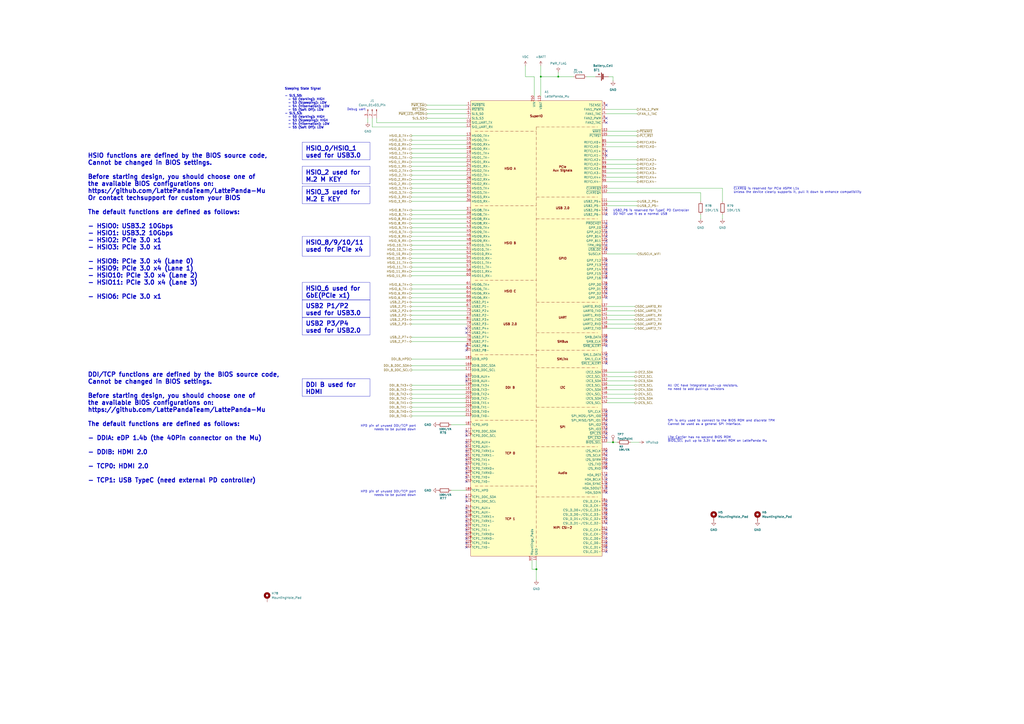
<source format=kicad_sch>
(kicad_sch (version 20250114) (generator "eeschema") (generator_version "9.0")
  (paper "A2")
  (title_block (title "Primer Carrier for LattePanda Mu") (date "2024-04-06") (rev "V1.0.0") (company "DFRobot") (comment 1 "20240406"))
  (lib_symbols
    (symbol "+3V3_1" (power) (pin_numbers (hide yes)) (pin_names (offset 0) (hide yes))
      (property "Value" "+3V3" (at 0 3.556 0))
      (symbol "+3V3_1_1_1"
        (pin power_in line (at 0 0 90) (length 0) (name "~") (number "1"))
      )
    )
    (symbol "Connector:Conn_01x03_Pin" (pin_names (offset 1.016) (hide yes))
      (property "Reference" "J" (at 0 5.08 0))
      (property "Value" "Conn_01x03_Pin" (at 0 -5.08 0))
      (symbol "Conn_01x03_Pin_1_1"
        (pin passive line (at 5.08 2.54 180) (length 3.81) (name "Pin_1") (number "1"))
        (pin passive line (at 5.08 0 180) (length 3.81) (name "Pin_2") (number "2"))
        (pin passive line (at 5.08 -2.54 180) (length 3.81) (name "Pin_3") (number "3"))
      )
    )
    (symbol "Connector:TestPoint" (pin_numbers (hide yes)) (pin_names (offset 0.762) (hide yes))
      (property "Reference" "TP" (at 0 6.858 0))
      (property "Value" "TestPoint" (at 0 5.08 0))
      (symbol "TestPoint_1_1"
        (pin passive line (at 0 0 90) (length 2.54) (name "1") (number "1"))
      )
    )
    (symbol "Device:Battery_Cell" (pin_numbers (hide yes)) (pin_names (offset 0) (hide yes))
      (property "Reference" "BT" (at 2.54 2.54 0))
      (property "Value" "Battery_Cell" (at 2.54 0 0))
      (symbol "Battery_Cell_1_1"
        (pin passive line (at 0 5.08 270) (length 2.54) (name "+") (number "1"))
        (pin passive line (at 0 -2.54 90) (length 2.54) (name "-") (number "2"))
      )
    )
    (symbol "Device:R" (pin_numbers (hide yes)) (pin_names (offset 0))
      (property "Reference" "R" (at 2.032 0 90))
      (property "Value" "R" (at 0 0 90))
      (symbol "R_1_1"
        (pin passive line (at 0 3.81 270) (length 1.27) (name "~") (number "1"))
        (pin passive line (at 0 -3.81 90) (length 1.27) (name "~") (number "2"))
      )
    )
    (symbol "MCU_Module_LattePanda:LattePanda_Mu"
      (property "Reference" "A" (at -38.1 133.35 0))
      (property "Value" "LattePanda_Mu" (at 38.1 133.35 0))
      (symbol "LattePanda_Mu_1_0"
        (pin passive line (at 0 -134.62 90) (length 2.54) (hide yes) (name "GND") (number "101"))
        (pin passive line (at 0 -134.62 90) (length 2.54) (hide yes) (name "GND") (number "107"))
        (pin passive line (at 0 -134.62 90) (length 2.54) (hide yes) (name "GND") (number "110"))
        (pin passive line (at 0 -134.62 90) (length 2.54) (hide yes) (name "GND") (number "113"))
        (pin passive line (at 0 -134.62 90) (length 2.54) (hide yes) (name "GND") (number "116"))
        (pin passive line (at 0 -134.62 90) (length 2.54) (hide yes) (name "GND") (number "135"))
        (pin passive line (at 0 -134.62 90) (length 2.54) (hide yes) (name "GND") (number "136"))
        (pin passive line (at 0 -134.62 90) (length 2.54) (hide yes) (name "GND") (number "14"))
        (pin passive line (at 0 -134.62 90) (length 2.54) (hide yes) (name "GND") (number "151"))
        (pin passive line (at 0 -134.62 90) (length 2.54) (hide yes) (name "GND") (number "158"))
        (pin passive line (at 0 -134.62 90) (length 2.54) (hide yes) (name "GND") (number "167"))
        (pin passive line (at 0 -134.62 90) (length 2.54) (hide yes) (name "GND") (number "17"))
        (pin passive line (at 0 -134.62 90) (length 2.54) (hide yes) (name "GND") (number "170"))
        (pin passive line (at 0 -134.62 90) (length 2.54) (hide yes) (name "GND") (number "181"))
        (pin passive line (at 0 -134.62 90) (length 2.54) (hide yes) (name "GND") (number "182"))
        (pin passive line (at 0 -134.62 90) (length 2.54) (hide yes) (name "GND") (number "188"))
        (pin passive line (at 0 -134.62 90) (length 2.54) (hide yes) (name "GND") (number "189"))
        (pin passive line (at 0 -134.62 90) (length 2.54) (hide yes) (name "GND") (number "194"))
        (pin passive line (at 0 -134.62 90) (length 2.54) (hide yes) (name "GND") (number "195"))
        (pin passive line (at 0 -134.62 90) (length 2.54) (hide yes) (name "GND") (number "20"))
        (pin passive line (at 0 -134.62 90) (length 2.54) (hide yes) (name "GND") (number "200"))
        (pin passive line (at 0 -134.62 90) (length 2.54) (hide yes) (name "GND") (number "201"))
        (pin passive line (at 0 -134.62 90) (length 2.54) (hide yes) (name "GND") (number "206"))
        (pin passive line (at 0 -134.62 90) (length 2.54) (hide yes) (name "GND") (number "207"))
        (pin passive line (at 0 -134.62 90) (length 2.54) (hide yes) (name "GND") (number "212"))
        (pin passive line (at 0 -134.62 90) (length 2.54) (hide yes) (name "GND") (number "213"))
        (pin passive line (at 0 -134.62 90) (length 2.54) (hide yes) (name "GND") (number "218"))
        (pin passive line (at 0 -134.62 90) (length 2.54) (hide yes) (name "GND") (number "219"))
        (pin passive line (at 0 -134.62 90) (length 2.54) (hide yes) (name "GND") (number "224"))
        (pin passive line (at 0 -134.62 90) (length 2.54) (hide yes) (name "GND") (number "225"))
        (pin passive line (at 0 -134.62 90) (length 2.54) (hide yes) (name "GND") (number "23"))
        (pin passive line (at 0 -134.62 90) (length 2.54) (hide yes) (name "GND") (number "230"))
        (pin passive line (at 0 -134.62 90) (length 2.54) (hide yes) (name "GND") (number "231"))
        (pin passive line (at 0 -134.62 90) (length 2.54) (hide yes) (name "GND") (number "236"))
        (pin passive line (at 0 -134.62 90) (length 2.54) (hide yes) (name "GND") (number "237"))
        (pin passive line (at 0 -134.62 90) (length 2.54) (hide yes) (name "GND") (number "242"))
        (pin passive line (at 0 -134.62 90) (length 2.54) (hide yes) (name "GND") (number "243"))
        (pin passive line (at 0 -134.62 90) (length 2.54) (hide yes) (name "GND") (number "248"))
        (pin passive line (at 0 -134.62 90) (length 2.54) (hide yes) (name "GND") (number "249"))
        (pin passive line (at 0 -134.62 90) (length 2.54) (hide yes) (name "GND") (number "26"))
        (pin passive line (at 0 -134.62 90) (length 2.54) (hide yes) (name "GND") (number "29"))
        (pin passive line (at 0 -134.62 90) (length 2.54) (hide yes) (name "GND") (number "32"))
        (pin passive line (at 0 -134.62 90) (length 2.54) (hide yes) (name "GND") (number "35"))
        (pin passive line (at 0 -134.62 90) (length 2.54) (hide yes) (name "GND") (number "38"))
        (pin passive line (at 0 -134.62 90) (length 2.54) (hide yes) (name "GND") (number "41"))
        (pin passive line (at 0 -134.62 90) (length 2.54) (hide yes) (name "GND") (number "44"))
        (pin passive line (at 0 -134.62 90) (length 2.54) (hide yes) (name "GND") (number "47"))
        (pin passive line (at 0 -134.62 90) (length 2.54) (hide yes) (name "GND") (number "50"))
        (pin passive line (at 0 -134.62 90) (length 2.54) (hide yes) (name "GND") (number "53"))
        (pin passive line (at 0 -134.62 90) (length 2.54) (hide yes) (name "GND") (number "56"))
        (pin passive line (at 0 -134.62 90) (length 2.54) (hide yes) (name "GND") (number "59"))
        (pin passive line (at 0 -134.62 90) (length 2.54) (hide yes) (name "GND") (number "62"))
        (pin passive line (at 0 -134.62 90) (length 2.54) (hide yes) (name "GND") (number "65"))
        (pin passive line (at 0 -134.62 90) (length 2.54) (hide yes) (name "GND") (number "68"))
        (pin passive line (at 0 -134.62 90) (length 2.54) (hide yes) (name "GND") (number "71"))
        (pin passive line (at 0 -134.62 90) (length 2.54) (hide yes) (name "GND") (number "74"))
        (pin passive line (at 0 -134.62 90) (length 2.54) (hide yes) (name "GND") (number "77"))
        (pin passive line (at 0 -134.62 90) (length 2.54) (hide yes) (name "GND") (number "80"))
        (pin passive line (at 0 -134.62 90) (length 2.54) (hide yes) (name "GND") (number "83"))
        (pin passive line (at 0 -134.62 90) (length 2.54) (hide yes) (name "GND") (number "86"))
        (pin passive line (at 0 -134.62 90) (length 2.54) (hide yes) (name "GND") (number "89"))
        (pin passive line (at 0 -134.62 90) (length 2.54) (hide yes) (name "GND") (number "92"))
        (pin passive line (at 0 -134.62 90) (length 2.54) (hide yes) (name "GND") (number "95"))
        (pin passive line (at 0 -134.62 90) (length 2.54) (hide yes) (name "GND") (number "98"))
      )
      (symbol "LattePanda_Mu_1_1"
        (text "HSIO A" (at -15.24 92.71 0) (effects (font (size 1.27 1.27) (bold yes))))
        (text "HSIO B" (at -15.24 49.53 0) (effects (font (size 1.27 1.27) (bold yes))))
        (text "HSIO C" (at -15.24 21.59 0) (effects (font (size 1.27 1.27) (bold yes))))
        (text "USB 2.0" (at -15.24 2.54 0) (effects (font (size 1.27 1.27) (bold yes))))
        (text "DDI B" (at -15.24 -34.29 0) (effects (font (size 1.27 1.27) (bold yes))))
        (text "TCP 0" (at -15.24 -72.39 0) (effects (font (size 1.27 1.27) (bold yes))))
        (text "TCP 1" (at -15.24 -110.49 0) (effects (font (size 1.27 1.27) (bold yes))))
        (text "SuperIO" (at 0 123.19 0) (effects (font (size 1.27 1.27) (bold yes))))
        (text "PCIe\nAux Signals" (at 15.24 92.71 0) (effects (font (size 1.27 1.27) (bold yes))))
        (text "USB 2.0" (at 15.24 69.85 0) (effects (font (size 1.27 1.27) (bold yes))))
        (text "GPIO" (at 15.24 40.64 0) (effects (font (size 1.27 1.27) (bold yes))))
        (text "UART" (at 15.24 6.35 0) (effects (font (size 1.27 1.27) (bold yes))))
        (text "SMBus" (at 15.24 -7.62 0) (effects (font (size 1.27 1.27) (bold yes))))
        (text "SMLink" (at 15.24 -17.78 0) (effects (font (size 1.27 1.27) (bold yes))))
        (text "I2C" (at 15.24 -34.29 0) (effects (font (size 1.27 1.27) (bold yes))))
        (text "SPI" (at 15.24 -57.15 0) (effects (font (size 1.27 1.27) (bold yes))))
        (text "Audio" (at 15.24 -83.82 0) (effects (font (size 1.27 1.27) (bold yes))))
        (text "MIPI CSI-2" (at 15.24 -115.57 0) (effects (font (size 1.27 1.27) (bold yes))))
        (pin input line (at -40.64 129.54 0) (length 2.54) (name "~{PWRBTN}") (number "1"))
        (pin input line (at -40.64 127 0) (length 2.54) (name "~{RSTBTN}") (number "3"))
        (pin output line (at -40.64 124.46 0) (length 2.54) (name "SLS_S0") (number "5"))
        (pin output line (at -40.64 121.92 0) (length 2.54) (name "SLS_S3") (number "7"))
        (pin output line (at -40.64 119.38 0) (length 2.54) (name "SIO_UART_TX") (number "10"))
        (pin input line (at -40.64 116.84 0) (length 2.54) (name "SIO_UART_RX") (number "12"))
        (pin output line (at -40.64 111.76 0) (length 2.54) (name "HSIO0_TX+") (number "13"))
        (pin output line (at -40.64 109.22 0) (length 2.54) (name "HSIO0_TX-") (number "15"))
        (pin input line (at -40.64 106.68 0) (length 2.54) (name "HSIO0_RX+") (number "16"))
        (pin input line (at -40.64 104.14 0) (length 2.54) (name "HSIO0_RX-") (number "18"))
        (pin output line (at -40.64 101.6 0) (length 2.54) (name "HSIO1_TX+") (number "19"))
        (pin output line (at -40.64 99.06 0) (length 2.54) (name "HSIO1_TX-") (number "21"))
        (pin input line (at -40.64 96.52 0) (length 2.54) (name "HSIO1_RX+") (number "22"))
        (pin input line (at -40.64 93.98 0) (length 2.54) (name "HSIO1_RX-") (number "24"))
        (pin output line (at -40.64 91.44 0) (length 2.54) (name "HSIO2_TX+") (number "25"))
        (pin output line (at -40.64 88.9 0) (length 2.54) (name "HSIO2_TX-") (number "27"))
        (pin input line (at -40.64 86.36 0) (length 2.54) (name "HSIO2_RX+") (number "28"))
        (pin input line (at -40.64 83.82 0) (length 2.54) (name "HSIO2_RX-") (number "30"))
        (pin output line (at -40.64 81.28 0) (length 2.54) (name "HSIO3_TX+") (number "31"))
        (pin output line (at -40.64 78.74 0) (length 2.54) (name "HSIO3_TX-") (number "33"))
        (pin input line (at -40.64 76.2 0) (length 2.54) (name "HSIO3_RX+") (number "34"))
        (pin input line (at -40.64 73.66 0) (length 2.54) (name "HSIO3_RX-") (number "36"))
        (pin output line (at -40.64 68.58 0) (length 2.54) (name "HSIO8_TX+") (number "37"))
        (pin output line (at -40.64 66.04 0) (length 2.54) (name "HSIO8_TX-") (number "39"))
        (pin input line (at -40.64 63.5 0) (length 2.54) (name "HSIO8_RX+") (number "40"))
        (pin input line (at -40.64 60.96 0) (length 2.54) (name "HSIO8_RX-") (number "42"))
        (pin output line (at -40.64 58.42 0) (length 2.54) (name "HSIO9_TX+") (number "43"))
        (pin output line (at -40.64 55.88 0) (length 2.54) (name "HSIO9_TX-") (number "45"))
        (pin input line (at -40.64 53.34 0) (length 2.54) (name "HSIO9_RX+") (number "46"))
        (pin input line (at -40.64 50.8 0) (length 2.54) (name "HSIO9_RX-") (number "48"))
        (pin output line (at -40.64 48.26 0) (length 2.54) (name "HSIO10_TX+") (number "49"))
        (pin output line (at -40.64 45.72 0) (length 2.54) (name "HSIO10_TX-") (number "51"))
        (pin input line (at -40.64 43.18 0) (length 2.54) (name "HSIO10_RX+") (number "52"))
        (pin input line (at -40.64 40.64 0) (length 2.54) (name "HSIO10_RX-") (number "54"))
        (pin output line (at -40.64 38.1 0) (length 2.54) (name "HSIO11_TX+") (number "55"))
        (pin output line (at -40.64 35.56 0) (length 2.54) (name "HSIO11_TX-") (number "57"))
        (pin input line (at -40.64 33.02 0) (length 2.54) (name "HSIO11_RX+") (number "58"))
        (pin input line (at -40.64 30.48 0) (length 2.54) (name "HSIO11_RX-") (number "60"))
        (pin output line (at -40.64 25.4 0) (length 2.54) (name "HSIO6_TX+") (number "61"))
        (pin output line (at -40.64 22.86 0) (length 2.54) (name "HSIO6_TX-") (number "63"))
        (pin input line (at -40.64 20.32 0) (length 2.54) (name "HSIO6_RX+") (number "64"))
        (pin input line (at -40.64 17.78 0) (length 2.54) (name "HSIO6_RX-") (number "66"))
        (pin bidirectional line (at -40.64 15.24 0) (length 2.54) (name "USB2_P1+") (number "69"))
        (pin bidirectional line (at -40.64 12.7 0) (length 2.54) (name "USB2_P1-") (number "67"))
        (pin bidirectional line (at -40.64 10.16 0) (length 2.54) (name "USB2_P2+") (number "75"))
        (pin bidirectional line (at -40.64 7.62 0) (length 2.54) (name "USB2_P2-") (number "73"))
        (pin bidirectional line (at -40.64 5.08 0) (length 2.54) (name "USB2_P3+") (number "81"))
        (pin bidirectional line (at -40.64 2.54 0) (length 2.54) (name "USB2_P3-") (number "79"))
        (pin bidirectional line (at -40.64 0 0) (length 2.54) (name "USB2_P4+") (number "70"))
        (pin bidirectional line (at -40.64 -2.54 0) (length 2.54) (name "USB2_P4-") (number "72"))
        (pin bidirectional line (at -40.64 -5.08 0) (length 2.54) (name "USB2_P7+") (number "76"))
        (pin bidirectional line (at -40.64 -7.62 0) (length 2.54) (name "USB2_P7-") (number "78"))
        (pin bidirectional line (at -40.64 -10.16 0) (length 2.54) (name "USB2_P8+") (number "82"))
        (pin bidirectional line (at -40.64 -12.7 0) (length 2.54) (name "USB2_P8-") (number "84"))
        (pin input line (at -40.64 -17.78 0) (length 2.54) (name "DDIB_HPD") (number "183"))
        (pin bidirectional line (at -40.64 -21.59 0) (length 2.54) (name "DDIB_DDC_SDA") (number "169"))
        (pin bidirectional line (at -40.64 -24.13 0) (length 2.54) (name "DDIB_DDC_SCL") (number "171"))
        (pin bidirectional line (at -40.64 -27.94 0) (length 2.54) (name "DDIB_AUX+") (number "193"))
        (pin bidirectional line (at -40.64 -30.48 0) (length 2.54) (name "DDIB_AUX-") (number "191"))
        (pin output line (at -40.64 -33.02 0) (length 2.54) (name "DDIB_TX3+") (number "199"))
        (pin output line (at -40.64 -35.56 0) (length 2.54) (name "DDIB_TX3-") (number "197"))
        (pin output line (at -40.64 -38.1 0) (length 2.54) (name "DDIB_TX2+") (number "205"))
        (pin output line (at -40.64 -40.64 0) (length 2.54) (name "DDIB_TX2-") (number "203"))
        (pin output line (at -40.64 -43.18 0) (length 2.54) (name "DDIB_TX1+") (number "211"))
        (pin output line (at -40.64 -45.72 0) (length 2.54) (name "DDIB_TX1-") (number "209"))
        (pin output line (at -40.64 -48.26 0) (length 2.54) (name "DDIB_TX0+") (number "217"))
        (pin output line (at -40.64 -50.8 0) (length 2.54) (name "DDIB_TX0-") (number "215"))
        (pin input line (at -40.64 -55.88 0) (length 2.54) (name "TCP0_HPD") (number "187"))
        (pin bidirectional line (at -40.64 -59.69 0) (length 2.54) (name "TCP0_DDC_SDA") (number "177"))
        (pin bidirectional line (at -40.64 -62.23 0) (length 2.54) (name "TCP0_DDC_SCL") (number "179"))
        (pin bidirectional line (at -40.64 -66.04 0) (length 2.54) (name "TCP0_AUX+") (number "223"))
        (pin bidirectional line (at -40.64 -68.58 0) (length 2.54) (name "TCP0_AUX-") (number "221"))
        (pin bidirectional line (at -40.64 -71.12 0) (length 2.54) (name "TCP0_TXRX1+") (number "229"))
        (pin bidirectional line (at -40.64 -73.66 0) (length 2.54) (name "TCP0_TXRX1-") (number "227"))
        (pin output line (at -40.64 -76.2 0) (length 2.54) (name "TCP0_TX1+") (number "235"))
        (pin output line (at -40.64 -78.74 0) (length 2.54) (name "TCP0_TX1-") (number "233"))
        (pin bidirectional line (at -40.64 -81.28 0) (length 2.54) (name "TCP0_TXRX0+") (number "241"))
        (pin bidirectional line (at -40.64 -83.82 0) (length 2.54) (name "TCP0_TXRX0-") (number "239"))
        (pin output line (at -40.64 -86.36 0) (length 2.54) (name "TCP0_TX0+") (number "247"))
        (pin output line (at -40.64 -88.9 0) (length 2.54) (name "TCP0_TX0-") (number "245"))
        (pin input line (at -40.64 -93.98 0) (length 2.54) (name "TCP1_HPD") (number "185"))
        (pin bidirectional line (at -40.64 -97.79 0) (length 2.54) (name "TCP1_DDC_SDA") (number "173"))
        (pin bidirectional line (at -40.64 -100.33 0) (length 2.54) (name "TCP1_DDC_SCL") (number "175"))
        (pin bidirectional line (at -40.64 -104.14 0) (length 2.54) (name "TCP1_AUX+") (number "244"))
        (pin bidirectional line (at -40.64 -106.68 0) (length 2.54) (name "TCP1_AUX-") (number "246"))
        (pin bidirectional line (at -40.64 -109.22 0) (length 2.54) (name "TCP1_TXRX1+") (number "238"))
        (pin bidirectional line (at -40.64 -111.76 0) (length 2.54) (name "TCP1_TXRX1-") (number "240"))
        (pin output line (at -40.64 -114.3 0) (length 2.54) (name "TCP1_TX1+") (number "232"))
        (pin output line (at -40.64 -116.84 0) (length 2.54) (name "TCP1_TX1-") (number "234"))
        (pin bidirectional line (at -40.64 -119.38 0) (length 2.54) (name "TCP1_TXRX0+") (number "226"))
        (pin bidirectional line (at -40.64 -121.92 0) (length 2.54) (name "TCP1_TXRX0-") (number "228"))
        (pin output line (at -40.64 -124.46 0) (length 2.54) (name "TCP1_TX0+") (number "220"))
        (pin output line (at -40.64 -127 0) (length 2.54) (name "TCP1_TX0-") (number "222"))
        (pin passive line (at -2.54 -134.62 90) (length 2.54) (name "Mountinge_Pads") (number "MP"))
        (pin power_in line (at -1.27 134.62 270) (length 2.54) (name "VIN") (number "250"))
        (pin passive line (at -1.27 134.62 270) (length 2.54) (hide yes) (name "VIN") (number "251"))
        (pin passive line (at -1.27 134.62 270) (length 2.54) (hide yes) (name "VIN") (number "252"))
        (pin passive line (at -1.27 134.62 270) (length 2.54) (hide yes) (name "VIN") (number "253"))
        (pin passive line (at -1.27 134.62 270) (length 2.54) (hide yes) (name "VIN") (number "254"))
        (pin passive line (at -1.27 134.62 270) (length 2.54) (hide yes) (name "VIN") (number "255"))
        (pin passive line (at -1.27 134.62 270) (length 2.54) (hide yes) (name "VIN") (number "256"))
        (pin passive line (at -1.27 134.62 270) (length 2.54) (hide yes) (name "VIN") (number "257"))
        (pin passive line (at -1.27 134.62 270) (length 2.54) (hide yes) (name "VIN") (number "258"))
        (pin passive line (at -1.27 134.62 270) (length 2.54) (hide yes) (name "VIN") (number "259"))
        (pin passive line (at -1.27 134.62 270) (length 2.54) (hide yes) (name "VIN") (number "260"))
        (pin power_in line (at 0 -134.62 90) (length 2.54) (name "GND") (number "11"))
        (pin power_in line (at 2.54 134.62 270) (length 2.54) (name "VBAT") (number "115"))
        (pin input line (at 40.64 129.54 180) (length 2.54) (name "TSENSE") (number "9"))
        (pin output line (at 40.64 127 180) (length 2.54) (name "FAN1_PWM") (number "2"))
        (pin input line (at 40.64 124.46 180) (length 2.54) (name "FAN1_TAC") (number "4"))
        (pin output line (at 40.64 121.92 180) (length 2.54) (name "FAN2_PWM") (number "6"))
        (pin input line (at 40.64 119.38 180) (length 2.54) (name "FAN2_TAC") (number "8"))
        (pin input line (at 40.64 114.3 180) (length 2.54) (name "~{WAKE}") (number "103"))
        (pin output line (at 40.64 111.76 180) (length 2.54) (name "~{PLTRST}") (number "105"))
        (pin output line (at 40.64 107.95 180) (length 2.54) (name "REFCLK0+") (number "85"))
        (pin output line (at 40.64 105.41 180) (length 2.54) (name "REFCLK0-") (number "87"))
        (pin output line (at 40.64 102.87 180) (length 2.54) (name "REFCLK1+") (number "91"))
        (pin output line (at 40.64 100.33 180) (length 2.54) (name "REFCLK1-") (number "93"))
        (pin output line (at 40.64 97.79 180) (length 2.54) (name "REFCLK2+") (number "97"))
        (pin output line (at 40.64 95.25 180) (length 2.54) (name "REFCLK2-") (number "99"))
        (pin output line (at 40.64 92.71 180) (length 2.54) (name "REFCLK3+") (number "88"))
        (pin output line (at 40.64 90.17 180) (length 2.54) (name "REFCLK3-") (number "90"))
        (pin output line (at 40.64 87.63 180) (length 2.54) (name "REFCLK4+") (number "94"))
        (pin output line (at 40.64 85.09 180) (length 2.54) (name "REFCLK4-") (number "96"))
        (pin bidirectional line (at 40.64 81.28 180) (length 2.54) (name "~{CLKREQ3}") (number "100"))
        (pin bidirectional line (at 40.64 78.74 180) (length 2.54) (name "~{CLKREQ4}") (number "102"))
        (pin bidirectional line (at 40.64 73.66 180) (length 2.54) (name "USB2_P5+") (number "111"))
        (pin bidirectional line (at 40.64 71.12 180) (length 2.54) (name "USB2_P5-") (number "109"))
        (pin bidirectional line (at 40.64 68.58 180) (length 2.54) (name "USB2_P6+") (number "112"))
        (pin bidirectional line (at 40.64 66.04 180) (length 2.54) (name "USB2_P6-") (number "114"))
        (pin bidirectional line (at 40.64 60.96 180) (length 2.54) (name "~{PROCHOT}") (number "117"))
        (pin bidirectional line (at 40.64 58.42 180) (length 2.54) (name "GPP_E0") (number "119"))
        (pin bidirectional line (at 40.64 55.88 180) (length 2.54) (name "GPP_A12") (number "121"))
        (pin bidirectional line (at 40.64 53.34 180) (length 2.54) (name "GPP_B14") (number "123"))
        (pin bidirectional line (at 40.64 50.8 180) (length 2.54) (name "GPP_B11") (number "125"))
        (pin input line (at 40.64 48.26 180) (length 2.54) (name "TPM_IRQ") (number "127"))
        (pin input line (at 40.64 45.72 180) (length 2.54) (name "~{USB_OC}") (number "129"))
        (pin output line (at 40.64 43.18 180) (length 2.54) (name "SUSCLK") (number "131"))
        (pin bidirectional line (at 40.64 39.37 180) (length 2.54) (name "GPP_F12") (number "126"))
        (pin bidirectional line (at 40.64 36.83 180) (length 2.54) (name "GPP_F13") (number "124"))
        (pin bidirectional line (at 40.64 34.29 180) (length 2.54) (name "GPP_F14") (number "122"))
        (pin bidirectional line (at 40.64 31.75 180) (length 2.54) (name "GPP_F15") (number "120"))
        (pin bidirectional line (at 40.64 29.21 180) (length 2.54) (name "GPP_F16") (number "118"))
        (pin bidirectional line (at 40.64 25.4 180) (length 2.54) (name "GPP_D0") (number "128"))
        (pin bidirectional line (at 40.64 22.86 180) (length 2.54) (name "GPP_D1") (number "130"))
        (pin bidirectional line (at 40.64 20.32 180) (length 2.54) (name "GPP_D2") (number "132"))
        (pin bidirectional line (at 40.64 17.78 180) (length 2.54) (name "GPP_D3") (number "134"))
        (pin input line (at 40.64 12.7 180) (length 2.54) (name "UART0_RXD") (number "137"))
        (pin output line (at 40.64 10.16 180) (length 2.54) (name "UART0_TXD") (number "139"))
        (pin input line (at 40.64 7.62 180) (length 2.54) (name "UART1_RXD") (number "141"))
        (pin output line (at 40.64 5.08 180) (length 2.54) (name "UART1_TXD") (number "143"))
        (pin input line (at 40.64 2.54 180) (length 2.54) (name "UART2_RXD") (number "140"))
        (pin output line (at 40.64 0 180) (length 2.54) (name "UART2_TXD") (number "138"))
        (pin bidirectional line (at 40.64 -5.08 180) (length 2.54) (name "SMB_DATA") (number "108"))
        (pin output line (at 40.64 -7.62 180) (length 2.54) (name "SMB_CLK") (number "106"))
        (pin input line (at 40.64 -10.16 180) (length 2.54) (name "~{SMB_ALERT}") (number "104"))
        (pin bidirectional line (at 40.64 -15.24 180) (length 2.54) (name "SML1_DATA") (number "145"))
        (pin output line (at 40.64 -17.78 180) (length 2.54) (name "SML1_CLK") (number "147"))
        (pin input line (at 40.64 -20.32 180) (length 2.54) (name "~{SML1_ALERT}") (number "149"))
        (pin bidirectional line (at 40.64 -25.4 180) (length 2.54) (name "I2C2_SDA") (number "156"))
        (pin output line (at 40.64 -27.94 180) (length 2.54) (name "I2C2_SCL") (number "154"))
        (pin bidirectional line (at 40.64 -30.48 180) (length 2.54) (name "I2C3_SDA") (number "152"))
        (pin output line (at 40.64 -33.02 180) (length 2.54) (name "I2C3_SCL") (number "150"))
        (pin bidirectional line (at 40.64 -35.56 180) (length 2.54) (name "I2C4_SDA") (number "148"))
        (pin output line (at 40.64 -38.1 180) (length 2.54) (name "I2C4_SCL") (number "146"))
        (pin bidirectional line (at 40.64 -40.64 180) (length 2.54) (name "I2C5_SDA") (number "144"))
        (pin output line (at 40.64 -43.18 180) (length 2.54) (name "I2C5_SCL") (number "142"))
        (pin output line (at 40.64 -48.26 180) (length 2.54) (name "SPI_CLK") (number "155"))
        (pin bidirectional line (at 40.64 -50.8 180) (length 2.54) (name "SPI_MOSI/SPI_IO0") (number "159"))
        (pin bidirectional line (at 40.64 -53.34 180) (length 2.54) (name "SPI_MISO/SPI_IO1") (number "163"))
        (pin bidirectional line (at 40.64 -55.88 180) (length 2.54) (name "SPI_IO2") (number "161"))
        (pin bidirectional line (at 40.64 -58.42 180) (length 2.54) (name "SPI_IO3") (number "153"))
        (pin bidirectional line (at 40.64 -60.96 180) (length 2.54) (name "~{SPI_CS}") (number "165"))
        (pin output line (at 40.64 -63.5 180) (length 2.54) (name "~{SPI_CS2}") (number "157"))
        (pin input line (at 40.64 -66.04 180) (length 2.54) (name "~{BIOS_SEL}") (number "133"))
        (pin output line (at 40.64 -71.12 180) (length 2.54) (name "I2S_MCLK") (number "160"))
        (pin output line (at 40.64 -73.66 180) (length 2.54) (name "I2S_SCLK") (number "162"))
        (pin output line (at 40.64 -76.2 180) (length 2.54) (name "I2S_SFRM") (number "164"))
        (pin output line (at 40.64 -78.74 180) (length 2.54) (name "I2S_TXD") (number "166"))
        (pin input line (at 40.64 -81.28 180) (length 2.54) (name "I2S_RXD") (number "168"))
        (pin output line (at 40.64 -85.09 180) (length 2.54) (name "HDA_RST") (number "172"))
        (pin output line (at 40.64 -87.63 180) (length 2.54) (name "HDA_BCLK") (number "174"))
        (pin output line (at 40.64 -90.17 180) (length 2.54) (name "HDA_SYNC") (number "176"))
        (pin output line (at 40.64 -92.71 180) (length 2.54) (name "HDA_SDOUT") (number "178"))
        (pin input line (at 40.64 -95.25 180) (length 2.54) (name "HDA_SDIN") (number "180"))
        (pin input line (at 40.64 -100.33 180) (length 2.54) (name "CSI_D_CK+") (number "184"))
        (pin input line (at 40.64 -102.87 180) (length 2.54) (name "CSI_D_CK-") (number "186"))
        (pin input line (at 40.64 -105.41 180) (length 2.54) (name "CSI_D_D0+/CSI_C_D3+") (number "196"))
        (pin input line (at 40.64 -107.95 180) (length 2.54) (name "CSI_D_D0-/CSI_C_D3-") (number "198"))
        (pin input line (at 40.64 -110.49 180) (length 2.54) (name "CSI_D_D1+/CSI_C_D2+") (number "190"))
        (pin input line (at 40.64 -113.03 180) (length 2.54) (name "CSI_D_D1-/CSI_C_D2-") (number "192"))
        (pin input line (at 40.64 -116.84 180) (length 2.54) (name "CSI_C_CK+") (number "202"))
        (pin input line (at 40.64 -119.38 180) (length 2.54) (name "CSI_C_CK-") (number "204"))
        (pin input line (at 40.64 -121.92 180) (length 2.54) (name "CSI_C_D0+") (number "214"))
        (pin input line (at 40.64 -124.46 180) (length 2.54) (name "CSI_C_D0-") (number "216"))
        (pin input line (at 40.64 -127 180) (length 2.54) (name "CSI_C_D1+") (number "208"))
        (pin input line (at 40.64 -129.54 180) (length 2.54) (name "CSI_C_D1-") (number "210"))
      )
    )
    (symbol "Mechanical:MountingHole_Pad" (pin_numbers (hide yes)) (pin_names (offset 1.016) (hide yes))
      (property "Reference" "H" (at 0 6.35 0))
      (property "Value" "MountingHole_Pad" (at 0 4.445 0))
      (symbol "MountingHole_Pad_1_1"
        (pin input line (at 0 -2.54 90) (length 2.54) (name "1") (number "1"))
      )
    )
    (symbol "MountingHole_Pad_1" (pin_numbers (hide yes)) (pin_names (offset 1.016) (hide yes)) (in_bom no)
      (property "Reference" "H" (at 0 6.35 0))
      (property "Value" "MountingHole_Pad" (at 0 4.445 0))
      (symbol "MountingHole_Pad_1_1_1"
        (pin input line (at 0 -2.54 90) (length 2.54) (name "1") (number "1"))
      )
    )
    (symbol "power:+BATT" (power) (pin_numbers (hide yes)) (pin_names (offset 0) (hide yes))
      (property "Value" "+BATT" (at 0 3.556 0))
      (symbol "+BATT_1_1"
        (pin power_in line (at 0 0 90) (length 0) (name "~") (number "1"))
      )
    )
    (symbol "power:GND" (power) (pin_numbers (hide yes)) (pin_names (offset 0) (hide yes))
      (property "Value" "GND" (at 0 -3.81 0))
      (symbol "GND_1_1"
        (pin power_in line (at 0 0 270) (length 0) (name "~") (number "1"))
      )
    )
    (symbol "power:PWR_FLAG" (power) (pin_numbers (hide yes)) (pin_names (offset 0) (hide yes))
      (property "Value" "PWR_FLAG" (at 0 3.81 0))
      (symbol "PWR_FLAG_0_0"
        (pin power_out line (at 0 0 90) (length 0) (name "~") (number "1"))
      )
    )
    (symbol "power:VDC" (power) (pin_numbers (hide yes)) (pin_names (offset 0) (hide yes))
      (property "Value" "VDC" (at 0 3.556 0))
      (symbol "VDC_1_1"
        (pin power_in line (at 0 0 90) (length 0) (name "~") (number "1"))
      )
    )
  )
  (text "HSIO functions are defined by the BIOS source code, \nCannot be changed in BIOS settings.\n\nBefore starting design, you should choose one of\nthe available BIOS configurations on:\nhttps://github.com/LattePandaTeam/LattePanda-Mu\nOr contact techsupport for custom your BIOS\n\nThe default functions are defined as follows:\n\n- HSIO0: USB3.2 10Gbps\n- HSIO1: USB3.2 10Gbps\n- HSIO2: PCIe 3.0 x1\n- HSIO3: PCIe 3.0 x1\n\n- HSIO8: PCIe 3.0 x4 (Lane 0)\n- HSIO9: PCIe 3.0 x4 (Lane 1)\n- HSIO10: PCIe 3.0 x4 (Lane 2)\n- HSIO11: PCIe 3.0 x4 (Lane 3)\n\n- HSIO6: PCIe 3.0 x1" (at 50.8 88.9 0) (effects (font (size 2.54 2.54) (thickness 0.508) (bold yes)) (justify left top)))
  (text "HPD pin of unused DDI/TCP port\nneeds to be pulled down" (at 241.3 246.38 0) (effects (font (size 1.27 1.27)) (justify right top)))
  (text "Lite Carrier has no second BIOS ROM\n~{BIOS_SEL} pull up to 3.3V to select ROM on LattePanda Mu" (at 387.35 256.54 0) (effects (font (size 1.27 1.27)) (justify left bottom)))
  (text "DDI/TCP functions are defined by the BIOS source code, \nCannot be changed in BIOS settings.\n\nBefore starting design, you should choose one of\nthe available BIOS configurations on:\nhttps://github.com/LattePandaTeam/LattePanda-Mu\n\nThe default functions are defined as follows:\n\n- DDIA: eDP 1.4b (the 40Pin connector on the Mu)\n\n- DDIB: HDMI 2.0\n\n- TCP0: HDMI 2.0\n\n- TCP1: USB TypeC (need external PD controller)" (at 50.8 215.9 0) (effects (font (size 2.54 2.54) (thickness 0.508) (bold yes)) (justify left top)))
  (text "Sleeping State Signal\n\n- SLS_S0: \n  - S0 (Working): HIGH\n  - S3 (Slpeeping): LOW\n  - S4 (Hibernation): LOW\n  - S5 (Soft Off): LOW\n- SLS_S3:\n  - S0 (Working): HIGH\n  - S3 (Slpeeping): HIGH\n  - S4 (Hibernation): LOW\n  - S5 (Soft Off): LOW" (at 165.1 50.8 0) (effects (font (size 1.27 1.27) (thickness 0.254) (bold yes)) (justify left top)))
  (text "USB2_P6 is reserved for TypeC PD Controller\nDO NOT use it as a normal USB" (at 355.6 123.19 0) (effects (font (size 1.27 1.27)) (justify left)))
  (text "SPI is only used to connect to the BIOS ROM and discrete TPM\nCannot be used as a general SPI interface." (at 387.35 245.11 0) (effects (font (size 1.27 1.27)) (justify left)))
  (text "All I2C have integrated pull-up resistors.\nno need to add pull-up resistors" (at 387.35 224.79 0) (effects (font (size 1.27 1.27)) (justify left)))
  (text "Debug uart" (at 212.09 63.5 0) (effects (font (size 1.27 1.27)) (justify right)))
  (text "~{CLKREQ} is reserved for PCIe ASPM L1s\nUnless the device clearly supports it, pull it down to enhance compatibility" (at 425.45 110.49 0) (effects (font (size 1.27 1.27)) (justify left)))
  (text "HPD pin of unused DDI/TCP port\nneeds to be pulled down" (at 241.3 284.48 0) (effects (font (size 1.27 1.27)) (justify right top)))
  (text_box "HSIO_0/HSIO_1 used for USB3.0 \n" (at 175.26 82.55 0) (size 39.37 10.16) (margins 1.905 1.905 1.905 1.905) (effects (font (size 2.54 2.54) (thickness 0.508) (bold yes)) (justify left top)))
  (text_box "HSIO_2 used for M.2 M KEY\n" (at 175.26 96.52 0) (size 39.37 10.16) (margins 1.905 1.905 1.905 1.905) (effects (font (size 2.54 2.54) (thickness 0.508) (bold yes)) (justify left top)))
  (text_box "HSIO_6 used for GbE(PCIe x1)\n" (at 175.26 163.83 0) (size 39.37 10.16) (margins 1.905 1.905 1.905 1.905) (effects (font (size 2.54 2.54) (thickness 0.508) (bold yes)) (justify left top)))
  (text_box "USB2 P3/P4 used for USB2.0 \n" (at 175.26 184.15 0) (size 39.37 10.16) (margins 1.905 1.905 1.905 1.905) (effects (font (size 2.54 2.54) (thickness 0.508) (bold yes)) (justify left top)))
  (text_box "DDI B used for HDMI\n" (at 175.26 219.71 0) (size 39.37 10.16) (margins 1.905 1.905 1.905 1.905) (effects (font (size 2.54 2.54) (thickness 0.508) (bold yes)) (justify left top)))
  (text_box "HSIO_3 used for M.2 E KEY\n" (at 175.26 107.95 0) (size 39.37 10.16) (margins 1.905 1.905 1.905 1.905) (effects (font (size 2.54 2.54) (thickness 0.508) (bold yes)) (justify left top)))
  (text_box "HSIO_8/9/10/11 used for PCIe x4\n\n" (at 175.26 137.16 0) (size 39.37 11.43) (margins 1.905 1.905 1.905 1.905) (effects (font (size 2.54 2.54) (thickness 0.508) (bold yes)) (justify left top)))
  (text_box "USB2 P1/P2 used for USB3.0\n" (at 175.26 173.99 0) (size 39.37 10.16) (margins 1.905 1.905 1.905 1.905) (effects (font (size 2.54 2.54) (thickness 0.508) (bold yes)) (justify left top)))
  (junction (at 355.6 256.54))
  (junction (at 323.85 44.45))
  (junction (at 311.15 330.2))
  (junction (at 313.69 44.45))
  (no_connect (at 270.51 307.34))
  (no_connect (at 351.79 278.13))
  (no_connect (at 351.79 293.37))
  (no_connect (at 351.79 275.59))
  (no_connect (at 351.79 129.54))
  (no_connect (at 351.79 132.08))
  (no_connect (at 351.79 208.28))
  (no_connect (at 270.51 220.98))
  (no_connect (at 351.79 161.29))
  (no_connect (at 351.79 285.75))
  (no_connect (at 270.51 252.73))
  (no_connect (at 351.79 243.84))
  (no_connect (at 270.51 309.88))
  (no_connect (at 270.51 274.32))
  (no_connect (at 351.79 134.62))
  (no_connect (at 351.79 198.12))
  (no_connect (at 351.79 167.64))
  (no_connect (at 270.51 250.19))
  (no_connect (at 351.79 264.16))
  (no_connect (at 270.51 190.5))
  (no_connect (at 351.79 298.45))
  (no_connect (at 270.51 304.8))
  (no_connect (at 351.79 172.72))
  (no_connect (at 351.79 153.67))
  (no_connect (at 351.79 170.18))
  (no_connect (at 351.79 151.13))
  (no_connect (at 270.51 314.96))
  (no_connect (at 351.79 205.74))
  (no_connect (at 351.79 165.1))
  (no_connect (at 351.79 312.42))
  (no_connect (at 270.51 269.24))
  (no_connect (at 351.79 251.46))
  (no_connect (at 270.51 297.18))
  (no_connect (at 351.79 87.63))
  (no_connect (at 270.51 200.66))
  (no_connect (at 351.79 269.24))
  (no_connect (at 270.51 203.2))
  (no_connect (at 270.51 261.62))
  (no_connect (at 351.79 271.78))
  (no_connect (at 270.51 294.64))
  (no_connect (at 351.79 290.83))
  (no_connect (at 270.51 312.42))
  (no_connect (at 351.79 300.99))
  (no_connect (at 351.79 246.38))
  (no_connect (at 351.79 68.58))
  (no_connect (at 270.51 259.08))
  (no_connect (at 270.51 288.29))
  (no_connect (at 351.79 266.7))
  (no_connect (at 351.79 283.21))
  (no_connect (at 351.79 238.76))
  (no_connect (at 351.79 124.46))
  (no_connect (at 270.51 299.72))
  (no_connect (at 351.79 254))
  (no_connect (at 351.79 248.92))
  (no_connect (at 351.79 71.12))
  (no_connect (at 351.79 200.66))
  (no_connect (at 351.79 280.67))
  (no_connect (at 351.79 295.91))
  (no_connect (at 351.79 144.78))
  (no_connect (at 351.79 90.17))
  (no_connect (at 270.51 302.26))
  (no_connect (at 351.79 139.7))
  (no_connect (at 351.79 309.88))
  (no_connect (at 270.51 279.4))
  (no_connect (at 351.79 156.21))
  (no_connect (at 351.79 320.04))
  (no_connect (at 351.79 261.62))
  (no_connect (at 351.79 303.53))
  (no_connect (at 270.51 276.86))
  (no_connect (at 270.51 218.44))
  (no_connect (at 351.79 121.92))
  (no_connect (at 351.79 142.24))
  (no_connect (at 351.79 241.3))
  (no_connect (at 351.79 60.96))
  (no_connect (at 351.79 195.58))
  (no_connect (at 351.79 307.34))
  (no_connect (at 270.51 256.54))
  (no_connect (at 270.51 193.04))
  (no_connect (at 351.79 314.96))
  (no_connect (at 351.79 210.82))
  (no_connect (at 270.51 317.5))
  (no_connect (at 351.79 137.16))
  (no_connect (at 270.51 266.7))
  (no_connect (at 270.51 264.16))
  (no_connect (at 270.51 271.78))
  (no_connect (at 270.51 290.83))
  (no_connect (at 351.79 317.5))
  (no_connect (at 351.79 158.75))
  (wire (pts (xy 351.79 105.41) (xy 369.57 105.41)))
  (wire (pts (xy 238.76 114.3) (xy 270.51 114.3)))
  (wire (pts (xy 213.36 68.58) (xy 213.36 71.12)))
  (wire (pts (xy 238.76 172.72) (xy 270.51 172.72)))
  (wire (pts (xy 238.76 214.63) (xy 270.51 214.63)))
  (wire (pts (xy 406.4 111.76) (xy 406.4 116.84)))
  (wire (pts (xy 353.06 44.45) (xy 355.6 44.45)))
  (wire (pts (xy 351.79 233.68) (xy 368.3 233.68)))
  (wire (pts (xy 304.8 44.45) (xy 309.88 44.45)))
  (wire (pts (xy 355.6 256.54) (xy 358.14 256.54)))
  (wire (pts (xy 351.79 111.76) (xy 406.4 111.76)))
  (wire (pts (xy 238.76 116.84) (xy 270.51 116.84)))
  (wire (pts (xy 351.79 226.06) (xy 368.3 226.06)))
  (wire (pts (xy 261.62 246.38) (xy 270.51 246.38)))
  (wire (pts (xy 351.79 82.55) (xy 369.57 82.55)))
  (wire (pts (xy 238.76 137.16) (xy 270.51 137.16)))
  (wire (pts (xy 247.65 63.5) (xy 270.51 63.5)))
  (wire (pts (xy 351.79 92.71) (xy 369.57 92.71)))
  (wire (pts (xy 238.76 228.6) (xy 270.51 228.6)))
  (wire (pts (xy 238.76 165.1) (xy 270.51 165.1)))
  (wire (pts (xy 308.61 325.12) (xy 308.61 330.2)))
  (wire (pts (xy 351.79 97.79) (xy 369.57 97.79)))
  (wire (pts (xy 351.79 102.87) (xy 369.57 102.87)))
  (wire (pts (xy 311.15 325.12) (xy 311.15 330.2)))
  (wire (pts (xy 419.1 109.22) (xy 419.1 116.84)))
  (wire (pts (xy 351.79 256.54) (xy 355.6 256.54)))
  (wire (pts (xy 238.76 127) (xy 270.51 127)))
  (wire (pts (xy 351.79 100.33) (xy 369.57 100.33)))
  (wire (pts (xy 238.76 157.48) (xy 270.51 157.48)))
  (wire (pts (xy 313.69 38.1) (xy 313.69 44.45)))
  (wire (pts (xy 238.76 96.52) (xy 270.51 96.52)))
  (wire (pts (xy 215.9 68.58) (xy 215.9 73.66)))
  (wire (pts (xy 351.79 66.04) (xy 369.57 66.04)))
  (wire (pts (xy 238.76 86.36) (xy 270.51 86.36)))
  (wire (pts (xy 351.79 180.34) (xy 368.3 180.34)))
  (wire (pts (xy 218.44 71.12) (xy 270.51 71.12)))
  (wire (pts (xy 351.79 177.8) (xy 368.3 177.8)))
  (wire (pts (xy 365.76 256.54) (xy 370.84 256.54)))
  (wire (pts (xy 238.76 139.7) (xy 270.51 139.7)))
  (wire (pts (xy 238.76 223.52) (xy 270.51 223.52)))
  (wire (pts (xy 309.88 44.45) (xy 309.88 55.88)))
  (wire (pts (xy 238.76 99.06) (xy 270.51 99.06)))
  (wire (pts (xy 238.76 88.9) (xy 270.51 88.9)))
  (wire (pts (xy 238.76 167.64) (xy 270.51 167.64)))
  (wire (pts (xy 238.76 142.24) (xy 270.51 142.24)))
  (wire (pts (xy 238.76 233.68) (xy 270.51 233.68)))
  (wire (pts (xy 238.76 231.14) (xy 270.51 231.14)))
  (wire (pts (xy 238.76 81.28) (xy 270.51 81.28)))
  (wire (pts (xy 313.69 44.45) (xy 313.69 55.88)))
  (wire (pts (xy 351.79 228.6) (xy 368.3 228.6)))
  (wire (pts (xy 351.79 116.84) (xy 369.57 116.84)))
  (wire (pts (xy 238.76 147.32) (xy 270.51 147.32)))
  (wire (pts (xy 238.76 226.06) (xy 270.51 226.06)))
  (wire (pts (xy 351.79 231.14) (xy 368.3 231.14)))
  (wire (pts (xy 308.61 330.2) (xy 311.15 330.2)))
  (wire (pts (xy 323.85 44.45) (xy 332.74 44.45)))
  (wire (pts (xy 238.76 152.4) (xy 270.51 152.4)))
  (wire (pts (xy 351.79 187.96) (xy 368.3 187.96)))
  (wire (pts (xy 238.76 208.28) (xy 270.51 208.28)))
  (wire (pts (xy 238.76 93.98) (xy 270.51 93.98)))
  (wire (pts (xy 340.36 44.45) (xy 345.44 44.45)))
  (wire (pts (xy 355.6 44.45) (xy 355.6 46.99)))
  (wire (pts (xy 238.76 144.78) (xy 270.51 144.78)))
  (wire (pts (xy 215.9 73.66) (xy 270.51 73.66)))
  (wire (pts (xy 247.65 66.04) (xy 270.51 66.04)))
  (wire (pts (xy 351.79 109.22) (xy 419.1 109.22)))
  (wire (pts (xy 238.76 241.3) (xy 270.51 241.3)))
  (wire (pts (xy 238.76 154.94) (xy 270.51 154.94)))
  (wire (pts (xy 238.76 101.6) (xy 270.51 101.6)))
  (wire (pts (xy 351.79 218.44) (xy 368.3 218.44)))
  (wire (pts (xy 238.76 109.22) (xy 270.51 109.22)))
  (wire (pts (xy 238.76 78.74) (xy 270.51 78.74)))
  (wire (pts (xy 238.76 91.44) (xy 270.51 91.44)))
  (wire (pts (xy 311.15 330.2) (xy 311.15 336.55)))
  (wire (pts (xy 351.79 215.9) (xy 368.3 215.9)))
  (wire (pts (xy 261.62 284.48) (xy 270.51 284.48)))
  (wire (pts (xy 238.76 177.8) (xy 270.51 177.8)))
  (wire (pts (xy 351.79 182.88) (xy 368.3 182.88)))
  (wire (pts (xy 247.65 60.96) (xy 270.51 60.96)))
  (wire (pts (xy 247.65 68.58) (xy 270.51 68.58)))
  (wire (pts (xy 238.76 106.68) (xy 270.51 106.68)))
  (wire (pts (xy 238.76 129.54) (xy 270.51 129.54)))
  (wire (pts (xy 351.79 220.98) (xy 368.3 220.98)))
  (wire (pts (xy 238.76 160.02) (xy 270.51 160.02)))
  (wire (pts (xy 270.51 195.58) (xy 238.76 195.58)))
  (wire (pts (xy 238.76 149.86) (xy 270.51 149.86)))
  (wire (pts (xy 351.79 119.38) (xy 369.57 119.38)))
  (wire (pts (xy 304.8 38.1) (xy 304.8 44.45)))
  (wire (pts (xy 238.76 212.09) (xy 270.51 212.09)))
  (wire (pts (xy 351.79 63.5) (xy 369.57 63.5)))
  (wire (pts (xy 270.51 198.12) (xy 238.76 198.12)))
  (wire (pts (xy 238.76 175.26) (xy 270.51 175.26)))
  (wire (pts (xy 238.76 170.18) (xy 270.51 170.18)))
  (wire (pts (xy 238.76 238.76) (xy 270.51 238.76)))
  (wire (pts (xy 351.79 147.32) (xy 369.57 147.32)))
  (wire (pts (xy 406.4 124.46) (xy 406.4 127)))
  (wire (pts (xy 351.79 185.42) (xy 368.3 185.42)))
  (wire (pts (xy 238.76 121.92) (xy 270.51 121.92)))
  (wire (pts (xy 323.85 41.91) (xy 323.85 44.45)))
  (wire (pts (xy 238.76 187.96) (xy 270.51 187.96)))
  (wire (pts (xy 238.76 111.76) (xy 270.51 111.76)))
  (wire (pts (xy 351.79 223.52) (xy 368.3 223.52)))
  (wire (pts (xy 238.76 185.42) (xy 270.51 185.42)))
  (wire (pts (xy 351.79 190.5) (xy 368.3 190.5)))
  (wire (pts (xy 351.79 95.25) (xy 369.57 95.25)))
  (wire (pts (xy 238.76 134.62) (xy 270.51 134.62)))
  (wire (pts (xy 238.76 124.46) (xy 270.51 124.46)))
  (wire (pts (xy 351.79 76.2) (xy 369.57 76.2)))
  (wire (pts (xy 351.79 78.74) (xy 369.57 78.74)))
  (wire (pts (xy 313.69 44.45) (xy 323.85 44.45)))
  (wire (pts (xy 238.76 182.88) (xy 270.51 182.88)))
  (wire (pts (xy 218.44 71.12) (xy 218.44 68.58)))
  (wire (pts (xy 419.1 124.46) (xy 419.1 127)))
  (wire (pts (xy 351.79 85.09) (xy 369.57 85.09)))
  (wire (pts (xy 238.76 104.14) (xy 270.51 104.14)))
  (wire (pts (xy 238.76 236.22) (xy 270.51 236.22)))
  (wire (pts (xy 238.76 132.08) (xy 270.51 132.08)))
  (wire (pts (xy 238.76 180.34) (xy 270.51 180.34)))
  (wire (pts (xy 238.76 83.82) (xy 270.51 83.82)))
  (hierarchical_label "DDI_B_DDC_SCL" (shape output) (at 238.76 214.63 180))
  (hierarchical_label "FAN_1_TAC" (shape input) (at 369.57 66.04 0))
  (hierarchical_label "HSIO_9_TX-" (shape output) (at 238.76 134.62 180))
  (hierarchical_label "HSIO_11_RX+" (shape input) (at 238.76 157.48 180))
  (hierarchical_label "USB_2_P1-" (shape bidirectional) (at 238.76 177.8 180))
  (hierarchical_label "~{PEWAKE}" (shape output) (at 369.57 76.2 0))
  (hierarchical_label "USB_2_P2-" (shape bidirectional) (at 238.76 182.88 180))
  (hierarchical_label "HSIO_8_TX-" (shape output) (at 238.76 124.46 180))
  (hierarchical_label "DDI_B_HPD" (shape input) (at 238.76 208.28 180))
  (hierarchical_label "REFCLK3+" (shape output) (at 369.57 97.79 0))
  (hierarchical_label "SOC_UART1_TX" (shape output) (at 368.3 185.42 0))
  (hierarchical_label "I2C4_SDA" (shape bidirectional) (at 368.3 226.06 0))
  (hierarchical_label "SOC_UART0_RX" (shape input) (at 368.3 177.8 0))
  (hierarchical_label "REFCLK3-" (shape output) (at 369.57 100.33 0))
  (hierarchical_label "DDI_B_TX2-" (shape output) (at 238.76 231.14 180))
  (hierarchical_label "HSIO_11_TX-" (shape output) (at 238.76 154.94 180))
  (hierarchical_label "DDI_B_TX0+" (shape output) (at 238.76 238.76 180))
  (hierarchical_label "USB_2_P3+" (shape bidirectional) (at 238.76 185.42 180))
  (hierarchical_label "DDI_B_TX3-" (shape output) (at 238.76 226.06 180))
  (hierarchical_label "DDI_B_TX0-" (shape output) (at 238.76 241.3 180))
  (hierarchical_label "HSIO_0_RX+" (shape input) (at 238.76 83.82 180))
  (hierarchical_label "~{PWR_LED}{slash}~{PSON}" (shape output) (at 247.65 66.04 180))
  (hierarchical_label "SLS_S3" (shape output) (at 247.65 68.58 180))
  (hierarchical_label "HSIO_8_TX+" (shape output) (at 238.76 121.92 180))
  (hierarchical_label "HSIO_11_TX+" (shape output) (at 238.76 152.4 180))
  (hierarchical_label "HSIO_9_RX+" (shape input) (at 238.76 137.16 180))
  (hierarchical_label "I2C3_SDA" (shape bidirectional) (at 368.3 220.98 0))
  (hierarchical_label "REFCLK0+" (shape output) (at 369.57 82.55 0))
  (hierarchical_label "I2C5_SDA" (shape bidirectional) (at 368.3 231.14 0))
  (hierarchical_label "USB_2_P7-" (shape bidirectional) (at 238.76 198.12 180))
  (hierarchical_label "HSIO_6_RX-" (shape input) (at 238.76 172.72 180))
  (hierarchical_label "I2C4_SCL" (shape output) (at 368.3 228.6 0))
  (hierarchical_label "~{PWR_SW}" (shape input) (at 247.65 60.96 180))
  (hierarchical_label "HSIO_0_TX+" (shape output) (at 238.76 78.74 180))
  (hierarchical_label "SOC_UART1_RX" (shape input) (at 368.3 182.88 0))
  (hierarchical_label "HSIO_3_TX+" (shape output) (at 238.76 109.22 180))
  (hierarchical_label "SUSCLK_WIFI" (shape input) (at 369.57 147.32 0))
  (hierarchical_label "HSIO_3_TX-" (shape output) (at 238.76 111.76 180))
  (hierarchical_label "I2C2_SDA" (shape bidirectional) (at 368.3 215.9 0))
  (hierarchical_label "HSIO_1_RX-" (shape input) (at 238.76 96.52 180))
  (hierarchical_label "USB_2_P5+" (shape bidirectional) (at 369.57 116.84 0))
  (hierarchical_label "HSIO_6_RX+" (shape input) (at 238.76 170.18 180))
  (hierarchical_label "REFCLK4-" (shape output) (at 369.57 105.41 0))
  (hierarchical_label "REFCLK2+" (shape output) (at 369.57 92.71 0))
  (hierarchical_label "DDI_B_TX2+" (shape output) (at 238.76 228.6 180))
  (hierarchical_label "USB_2_P3-" (shape bidirectional) (at 238.76 187.96 180))
  (hierarchical_label "HSIO_2_TX+" (shape output) (at 238.76 99.06 180))
  (hierarchical_label "FAN_1_PWM" (shape output) (at 369.57 63.5 0))
  (hierarchical_label "USB_2_P2+" (shape bidirectional) (at 238.76 180.34 180))
  (hierarchical_label "HSIO_1_RX+" (shape input) (at 238.76 93.98 180))
  (hierarchical_label "SOC_UART2_TX" (shape output) (at 368.3 190.5 0))
  (hierarchical_label "HSIO_2_RX+" (shape input) (at 238.76 104.14 180))
  (hierarchical_label "DDI_B_TX1-" (shape output) (at 238.76 236.22 180))
  (hierarchical_label "HSIO_9_RX-" (shape input) (at 238.76 139.7 180))
  (hierarchical_label "HSIO_10_RX+" (shape input) (at 238.76 147.32 180))
  (hierarchical_label "HSIO_10_TX-" (shape output) (at 238.76 144.78 180))
  (hierarchical_label "USB_2_P5-" (shape bidirectional) (at 369.57 119.38 0))
  (hierarchical_label "REFCLK4+" (shape output) (at 369.57 102.87 0))
  (hierarchical_label "~{PLT_RST}" (shape output) (at 369.57 78.74 0))
  (hierarchical_label "HSIO_0_RX-" (shape input) (at 238.76 86.36 180))
  (hierarchical_label "USB_2_P1+" (shape bidirectional) (at 238.76 175.26 180))
  (hierarchical_label "HSIO_1_TX-" (shape output) (at 238.76 91.44 180))
  (hierarchical_label "I2C3_SCL" (shape output) (at 368.3 223.52 0))
  (hierarchical_label "DDI_B_DDC_SDA" (shape bidirectional) (at 238.76 212.09 180))
  (hierarchical_label "DDI_B_TX1+" (shape output) (at 238.76 233.68 180))
  (hierarchical_label "SOC_UART0_TX" (shape output) (at 368.3 180.34 0))
  (hierarchical_label "HSIO_2_RX-" (shape input) (at 238.76 106.68 180))
  (hierarchical_label "HSIO_3_RX+" (shape input) (at 238.76 114.3 180))
  (hierarchical_label "I2C2_SCL" (shape output) (at 368.3 218.44 0))
  (hierarchical_label "HSIO_1_TX+" (shape output) (at 238.76 88.9 180))
  (hierarchical_label "SOC_UART2_RX" (shape input) (at 368.3 187.96 0))
  (hierarchical_label "HSIO_10_TX+" (shape output) (at 238.76 142.24 180))
  (hierarchical_label "HSIO_2_TX-" (shape output) (at 238.76 101.6 180))
  (hierarchical_label "HSIO_6_TX-" (shape output) (at 238.76 167.64 180))
  (hierarchical_label "HSIO_6_TX+" (shape output) (at 238.76 165.1 180))
  (hierarchical_label "USB_2_P7+" (shape bidirectional) (at 238.76 195.58 180))
  (hierarchical_label "~{RST_SW}" (shape input) (at 247.65 63.5 180))
  (hierarchical_label "DDI_B_TX3+" (shape output) (at 238.76 223.52 180))
  (hierarchical_label "HSIO_0_TX-" (shape output) (at 238.76 81.28 180))
  (hierarchical_label "REFCLK0-" (shape output) (at 369.57 85.09 0))
  (hierarchical_label "I2C5_SCL" (shape output) (at 368.3 233.68 0))
  (hierarchical_label "HSIO_9_TX+" (shape output) (at 238.76 132.08 180))
  (hierarchical_label "HSIO_3_RX-" (shape input) (at 238.76 116.84 180))
  (hierarchical_label "HSIO_8_RX-" (shape input) (at 238.76 129.54 180))
  (hierarchical_label "HSIO_11_RX-" (shape input) (at 238.76 160.02 180))
  (hierarchical_label "HSIO_10_RX-" (shape input) (at 238.76 149.86 180))
  (hierarchical_label "HSIO_8_RX+" (shape input) (at 238.76 127 180))
  (hierarchical_label "REFCLK2-" (shape output) (at 369.57 95.25 0))
  (symbol (lib_id "MCU_Module_LattePanda:LattePanda_Mu") (at 311.15 190.5 0) (unit 1)
    (property "Reference" "A1" (at 315.8841 53.34 0) (effects (justify left)))
    (property "Value" "LattePanda_Mu" (at 315.8841 55.88 0) (effects (justify left)))
    (property "Footprint" "Module_LattePanda:LattePanda_Module_H8.0mm_Horizontal" (effects (hide yes)))
    (property "Description" "A micro computing module with x86 processer, RAM and eMMC." (effects (hide yes)))
  )
  (symbol (lib_id "power:GND") (at 419.1 127 0) (unit 1)
    (property "Reference" "#PWR0104" (effects (hide yes)))
    (property "Value" "GND" (at 419.1 132.08 0))
  )
  (symbol (lib_id "power:GND") (at 254 284.48 270) (unit 1)
    (property "Reference" "#PWR0120" (effects (hide yes)))
    (property "Value" "GND" (at 250.19 284.4799 90) (effects (justify right)))
  )
  (symbol (lib_id "power:PWR_FLAG") (at 323.85 41.91 0) (unit 1)
    (property "Reference" "#FLG0201" (effects (hide yes)))
    (property "Value" "PWR_FLAG" (at 323.85 36.83 0))
    (property "Description" "Special symbol for telling ERC where power comes from" (effects (hide yes)))
  )
  (symbol (lib_id "Device:R") (at 336.55 44.45 90) (unit 1)
    (property "Reference" "R1" (at 334.01 40.64 90) (effects (font (size 1 1))))
    (property "Value" "1K/1%" (at 335.28 41.91 90) (effects (font (size 1 1))))
    (property "Footprint" "A_HDJ_Library:R_0402_1005Metric" (effects (hide yes)))
  )
  (symbol (lib_name "MountingHole_Pad_1") (lib_id "Mechanical:MountingHole_Pad") (at 154.94 346.71 0) (unit 1) (in_bom no)
    (property "Reference" "H78" (at 157.48 344.1699 0) (effects (justify left)))
    (property "Value" "MountingHole_Pad" (at 157.48 346.7099 0) (effects (justify left)))
    (property "Footprint" "A_HDJ_Library:MountingHole_3mm_M2_Pad_TopOnly" (effects (hide yes)))
    (property "Description" "Mounting Hole with connection" (effects (hide yes)))
  )
  (symbol (lib_id "power:GND") (at 311.15 336.55 0) (unit 1)
    (property "Reference" "#PWR07" (effects (hide yes)))
    (property "Value" "GND" (at 311.15 341.63 0))
  )
  (symbol (lib_id "power:GND") (at 213.36 71.12 0) (unit 1)
    (property "Reference" "#PWR05" (effects (hide yes)))
    (property "Value" "GND" (at 213.36 76.2 0))
  )
  (symbol (lib_id "power:GND") (at 439.42 302.26 0) (unit 1)
    (property "Reference" "#PWR012" (effects (hide yes)))
    (property "Value" "GND" (at 439.42 307.34 0))
  )
  (symbol (lib_id "power:GND") (at 414.02 302.26 0) (unit 1)
    (property "Reference" "#PWR011" (effects (hide yes)))
    (property "Value" "GND" (at 414.02 307.34 0))
  )
  (symbol (lib_id "power:GND") (at 254 246.38 270) (unit 1)
    (property "Reference" "#PWR0119" (effects (hide yes)))
    (property "Value" "GND" (at 250.19 246.3799 90) (effects (justify right)))
  )
  (symbol (lib_id "Device:R") (at 257.81 246.38 270) (unit 1)
    (property "Reference" "R76" (at 257.048 250.952 90))
    (property "Value" "100K/1%" (at 258.318 248.92 90) (effects (font (size 1 1))))
    (property "Footprint" "A_HDJ_Library:R_0402_1005Metric" (effects (hide yes)))
  )
  (symbol (lib_id "Device:R") (at 419.1 120.65 0) (unit 1)
    (property "Reference" "R79" (at 421.64 119.3799 0) (effects (justify left)))
    (property "Value" "10K/1%" (at 421.64 121.9199 0) (effects (justify left)))
    (property "Footprint" "Resistor_SMD:R_0402_1005Metric" (effects (hide yes)))
    (property "Description" "Resistor" (effects (hide yes)))
  )
  (symbol (lib_id "power:+BATT") (at 313.69 38.1 0) (unit 1)
    (property "Reference" "#PWR08" (effects (hide yes)))
    (property "Value" "+BATT" (at 313.69 33.02 0))
  )
  (symbol (lib_name "+3V3_1") (lib_id "power:+3V3") (at 370.84 256.54 270) (unit 1)
    (property "Reference" "#PWR010" (effects (hide yes)))
    (property "Value" "VPullup" (at 374.65 256.5399 90) (effects (justify left)))
    (property "Description" "Power symbol creates a global label with name \"VPullup\"" (effects (hide yes)))
  )
  (symbol (lib_id "Device:R") (at 406.4 120.65 0) (unit 1)
    (property "Reference" "R78" (at 408.94 119.3799 0) (effects (justify left)))
    (property "Value" "10K/1%" (at 408.94 121.9199 0) (effects (justify left)))
    (property "Footprint" "Resistor_SMD:R_0402_1005Metric" (effects (hide yes)))
    (property "Description" "Resistor" (effects (hide yes)))
  )
  (symbol (lib_id "Device:R") (at 257.81 284.48 270) (unit 1)
    (property "Reference" "R77" (at 257.048 289.052 90))
    (property "Value" "100K/1%" (at 258.318 287.02 90) (effects (font (size 1 1))))
    (property "Footprint" "A_HDJ_Library:R_0402_1005Metric" (effects (hide yes)))
  )
  (symbol (lib_id "Connector:TestPoint") (at 355.6 256.54 0) (unit 1) (in_bom no)
    (property "Reference" "TP7" (at 358.14 251.9679 0) (effects (justify left)))
    (property "Value" "TestPoint" (at 358.14 254.5079 0) (effects (justify left)))
    (property "Footprint" "A_HDJ_Library:TestPoint_Pad_D1.5mm" (effects (hide yes)))
    (property "Description" "test point" (effects (hide yes)))
  )
  (symbol (lib_id "Connector:Conn_01x03_Pin") (at 215.9 63.5 270) (unit 1)
    (property "Reference" "J1" (at 215.9 58.42 90))
    (property "Value" "Conn_01x03_Pin" (at 215.9 60.96 90))
    (property "Footprint" "A_HDJ_Library:PinHeader_1x03_P2.54mm_Vertical" (effects (hide yes)))
  )
  (symbol (lib_id "Device:Battery_Cell") (at 350.52 44.45 90) (unit 1)
    (property "Reference" "BT1" (at 347.98 40.64 90) (effects (justify left)))
    (property "Value" "Battery_Cell" (at 355.6 38.1 90) (effects (justify left)))
    (property "Footprint" "A_HDJ_Library:Battery_Holder_CR1220_S8411-45R" (effects (hide yes)))
  )
  (symbol (lib_id "Mechanical:MountingHole_Pad") (at 414.02 299.72 0) (unit 1)
    (property "Reference" "H5" (at 416.56 297.18 0) (effects (justify left)))
    (property "Value" "MountingHole_Pad" (at 416.56 299.72 0) (effects (justify left)))
    (property "Footprint" "A_HDJ_Library:MountingHole_3mm_M2_Pad_TopOnly" (effects (hide yes)))
  )
  (symbol (lib_id "power:VDC") (at 304.8 38.1 0) (unit 1)
    (property "Reference" "#PWR06" (effects (hide yes)))
    (property "Value" "VDC" (at 304.8 33.02 0))
  )
  (symbol (lib_id "power:GND") (at 406.4 127 0) (unit 1)
    (property "Reference" "#PWR0103" (effects (hide yes)))
    (property "Value" "GND" (at 406.4 132.08 0))
  )
  (symbol (lib_id "power:GND") (at 355.6 46.99 0) (unit 1)
    (property "Reference" "#PWR09" (effects (hide yes)))
    (property "Value" "GND" (at 355.6 52.07 0))
  )
  (symbol (lib_id "Device:R") (at 361.95 256.54 90) (unit 1)
    (property "Reference" "R2" (at 361.442 259.08 90) (effects (font (size 1 1)) (justify left)))
    (property "Value" "10K/1%" (at 365.252 260.858 90) (effects (font (size 1 1)) (justify left)))
    (property "Footprint" "A_HDJ_Library:R_0402_1005Metric" (effects (hide yes)))
  )
  (symbol (lib_id "Mechanical:MountingHole_Pad") (at 439.42 299.72 0) (unit 1)
    (property "Reference" "H6" (at 441.96 297.18 0) (effects (justify left)))
    (property "Value" "MountingHole_Pad" (at 441.96 299.72 0) (effects (justify left)))
    (property "Footprint" "A_HDJ_Library:MountingHole_3mm_M2_Pad_TopOnly" (effects (hide yes)))
  )
)
</source>
